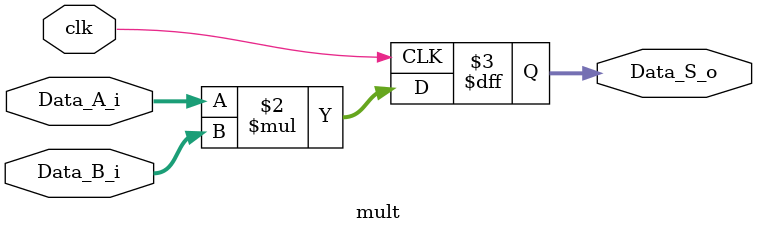
<source format=v>

`timescale 1ns / 1ps

module mult
    //#(parameter SW = 24, parameter precision = 0)
    #(parameter SW = 24)
    (
    input wire clk,
    input wire [SW-1:0] Data_A_i,
    input wire [SW-1:0] Data_B_i,
    output reg [2*SW-1:0] Data_S_o
    );

always @ (posedge clk) begin
    Data_S_o = Data_A_i *Data_B_i ;
end

endmodule

</source>
